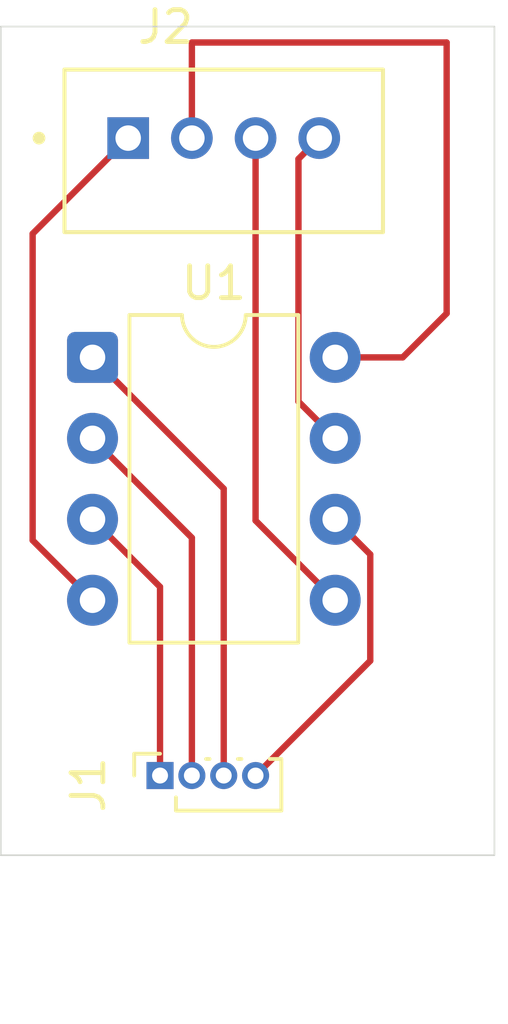
<source format=kicad_pcb>
(kicad_pcb (version 20241229) (generator "pcbnew") (generator_version "9.0")
  (layers (0 "F.Cu" signal) (2 "B.Cu" signal) (13 "F.Paste" user) (15 "B.Paste" user) (5 "F.SilkS" user "F.Silkscreen") (7 "B.SilkS" user "B.Silkscreen") (1 "F.Mask" user) (3 "B.Mask" user) (25 "Edge.Cuts" user))
  (net 0 "")
  (net 1 "Net-(J1-Pin_2)")
  (net 2 "Net-(J1-Pin_4)")
  (net 3 "Net-(J1-Pin_3)")
  (net 4 "Net-(J1-Pin_1)")
  (net 5 "Net-(U1-PB2)")
  (net 6 "Net-(U1-AREF{slash}PB0)")
  (net 7 "Net-(U1-GND)")
  (net 8 "Net-(U1-VCC)")
  (footprint "Package_DIP:DIP-8_W7.62mm" (layer "F.Cu") (at 142.88 50.88)
    (property "Reference" "U1" (at 3.81 -2.33 0) (layer "F.SilkS"))
    (property "Value" "ATtiny45-20P")
    (fp_line (start 1.16 -1.33) (end 1.16 8.95) (stroke (width 0.12)) (layer "F.SilkS"))
    (fp_line (start 1.16 8.95) (end 6.46 8.95) (stroke (width 0.12)) (layer "F.SilkS"))
    (fp_line (start 2.81 -1.33) (end 1.16 -1.33) (stroke (width 0.12)) (layer "F.SilkS"))
    (fp_line (start 6.46 -1.33) (end 4.81 -1.33) (stroke (width 0.12)) (layer "F.SilkS"))
    (fp_line (start 6.46 8.95) (end 6.46 -1.33) (stroke (width 0.12)) (layer "F.SilkS"))
    (fp_arc (start 4.81 -1.33) (mid 3.81 -0.33) (end 2.81 -1.33) (stroke (width 0.12)) (layer "F.SilkS"))
    (pad "1" thru_hole roundrect (at 0 0) (size 1.6 1.6) (drill 0.8) (layers "*.Cu" "*.Mask") (roundrect_rratio 0.15625) (net 3 "Net-(J1-Pin_3)"))
    (pad "2" thru_hole circle (at 0 2.54) (size 1.6 1.6) (drill 0.8) (layers "*.Cu" "*.Mask") (net 1 "Net-(J1-Pin_2)"))
    (pad "3" thru_hole circle (at 0 5.08) (size 1.6 1.6) (drill 0.8) (layers "*.Cu" "*.Mask") (net 4 "Net-(J1-Pin_1)"))
    (pad "4" thru_hole circle (at 0 7.62) (size 1.6 1.6) (drill 0.8) (layers "*.Cu" "*.Mask") (net 7 "Net-(U1-GND)"))
    (pad "5" thru_hole circle (at 7.62 7.62) (size 1.6 1.6) (drill 0.8) (layers "*.Cu" "*.Mask") (net 6 "Net-(U1-AREF{slash}PB0)"))
    (pad "6" thru_hole circle (at 7.62 5.08) (size 1.6 1.6) (drill 0.8) (layers "*.Cu" "*.Mask") (net 2 "Net-(J1-Pin_4)"))
    (pad "7" thru_hole circle (at 7.62 2.54) (size 1.6 1.6) (drill 0.8) (layers "*.Cu" "*.Mask") (net 5 "Net-(U1-PB2)"))
    (pad "8" thru_hole circle (at 7.62 0) (size 1.6 1.6) (drill 0.8) (layers "*.Cu" "*.Mask") (net 8 "Net-(U1-VCC)"))
  )
  (footprint "110990030:SEEED_110990030" (layer "F.Cu") (at 147 44)
    (property "Reference" "J2" (at -1.825 -3.485 0) (layer "F.SilkS"))
    (property "Value" "110990030")
    (fp_line (start -5 -2.15) (end 5 -2.15) (stroke (width 0.127)) (layer "F.SilkS"))
    (fp_line (start -5 2.95) (end -5 -2.15) (stroke (width 0.127)) (layer "F.SilkS"))
    (fp_line (start 5 -2.15) (end 5 2.95) (stroke (width 0.127)) (layer "F.SilkS"))
    (fp_line (start 5 2.95) (end -5 2.95) (stroke (width 0.127)) (layer "F.SilkS"))
    (fp_circle (center -5.8 0) (end -5.7 0) (stroke (width 0.2)) (fill no) (layer "F.SilkS"))
    (pad "1" thru_hole rect (at -3 0) (size 1.308 1.308) (drill 0.8) (layers "*.Cu" "*.Mask") (net 7 "Net-(U1-GND)"))
    (pad "2" thru_hole circle (at -1 0) (size 1.308 1.308) (drill 0.8) (layers "*.Cu" "*.Mask") (net 8 "Net-(U1-VCC)"))
    (pad "3" thru_hole circle (at 1 0) (size 1.308 1.308) (drill 0.8) (layers "*.Cu" "*.Mask") (net 6 "Net-(U1-AREF{slash}PB0)"))
    (pad "4" thru_hole circle (at 3 0) (size 1.308 1.308) (drill 0.8) (layers "*.Cu" "*.Mask") (net 5 "Net-(U1-PB2)"))
  )
  (footprint "Connector_PinSocket_1.00mm:PinSocket_1x04_P1.00mm_Vertical" (layer "F.Cu") (at 145 64 90)
    (property "Reference" "J1" (at -0.29 -2.25 90) (layer "F.SilkS"))
    (property "Value" "Conn_01x04_Socket")
    (fp_line (start 0.685 -0.81) (end 0.685 0) (stroke (width 0.12)) (layer "F.SilkS"))
    (fp_line (start 0 -0.81) (end 0.685 -0.81) (stroke (width 0.12)) (layer "F.SilkS"))
    (fp_line (start -1.1 0.5) (end -0.685 0.5) (stroke (width 0.12)) (layer "F.SilkS"))
    (fp_line (start -1.1 0.5) (end -1.1 3.81) (stroke (width 0.12)) (layer "F.SilkS"))
    (fp_line (start 0.52 1.445898) (end 0.52 1.554102) (stroke (width 0.12)) (layer "F.SilkS"))
    (fp_line (start 0.52 2.445898) (end 0.52 2.554102) (stroke (width 0.12)) (layer "F.SilkS"))
    (fp_line (start 0.52 3.445898) (end 0.52 3.81) (stroke (width 0.12)) (layer "F.SilkS"))
    (fp_line (start -1.1 3.81) (end 0.52 3.81) (stroke (width 0.12)) (layer "F.SilkS"))
    (pad "1" thru_hole rect (at 0 0 90) (size 0.85 0.85) (drill 0.5) (layers "*.Cu" "*.Mask") (net 4 "Net-(J1-Pin_1)"))
    (pad "2" thru_hole circle (at 0 1 90) (size 0.85 0.85) (drill 0.5) (layers "*.Cu" "*.Mask") (net 1 "Net-(J1-Pin_2)"))
    (pad "3" thru_hole circle (at 0 2 90) (size 0.85 0.85) (drill 0.5) (layers "*.Cu" "*.Mask") (net 3 "Net-(J1-Pin_3)"))
    (pad "4" thru_hole circle (at 0 3 90) (size 0.85 0.85) (drill 0.5) (layers "*.Cu" "*.Mask") (net 2 "Net-(J1-Pin_4)"))
  )
  (gr_rect (start 140 40.5) (end 155.5 66.5) (stroke (width 0.05)) (fill no) (layer "Edge.Cuts"))
  (segment (start 145.9512 63.9512) (end 146 64) (width 0.2) (layer "F.Cu") (net 1))
  (segment (start 142.88 53.42) (end 146 56.54) (width 0.2) (layer "F.Cu") (net 1))
  (segment (start 146 56.54) (end 146 64) (width 0.2) (layer "F.Cu") (net 1))
  (segment (start 145.9511 63.9512) (end 145.9512 63.9512) (width 0.2) (layer "F.Cu") (net 1))
  (segment (start 151.601 60.399) (end 151.601 57.061) (width 0.2) (layer "F.Cu") (net 2))
  (segment (start 151.601 57.061) (end 150.5 55.96) (width 0.2) (layer "F.Cu") (net 2))
  (segment (start 148 64) (end 151.601 60.399) (width 0.2) (layer "F.Cu") (net 2))
  (segment (start 147 64) (end 147 64.1274) (width 0.2) (layer "F.Cu") (net 3))
  (segment (start 147 55) (end 147 64) (width 0.2) (layer "F.Cu") (net 3))
  (segment (start 142.88 50.88) (end 147 55) (width 0.2) (layer "F.Cu") (net 3))
  (segment (start 142.88 55.96) (end 145 58.08) (width 0.2) (layer "F.Cu") (net 4))
  (segment (start 145 58.08) (end 145 64) (width 0.2) (layer "F.Cu") (net 4))
  (segment (start 149.3464 52.2664) (end 149.3464 44.6536) (width 0.2) (layer "F.Cu") (net 5))
  (segment (start 150.5 53.42) (end 149.3464 52.2664) (width 0.2) (layer "F.Cu") (net 5))
  (segment (start 149.3464 44.6536) (end 150 44) (width 0.2) (layer "F.Cu") (net 5))
  (segment (start 148 56) (end 150.5 58.5) (width 0.2) (layer "F.Cu") (net 6))
  (segment (start 148 44) (end 148 56) (width 0.2) (layer "F.Cu") (net 6))
  (segment (start 142.88 58.5) (end 141 56.62) (width 0.2) (layer "F.Cu") (net 7))
  (segment (start 141 56.62) (end 141 47) (width 0.2) (layer "F.Cu") (net 7))
  (segment (start 141 47) (end 144 44) (width 0.2) (layer "F.Cu") (net 7))
  (segment (start 146 41) (end 146 44) (width 0.2) (layer "F.Cu") (net 8))
  (segment (start 152.62 50.88) (end 154 49.5) (width 0.2) (layer "F.Cu") (net 8))
  (segment (start 154 41) (end 146 41) (width 0.2) (layer "F.Cu") (net 8))
  (segment (start 154 49.5) (end 154 41) (width 0.2) (layer "F.Cu") (net 8))
  (segment (start 150.5 50.88) (end 152.62 50.88) (width 0.2) (layer "F.Cu") (net 8))
)
</source>
